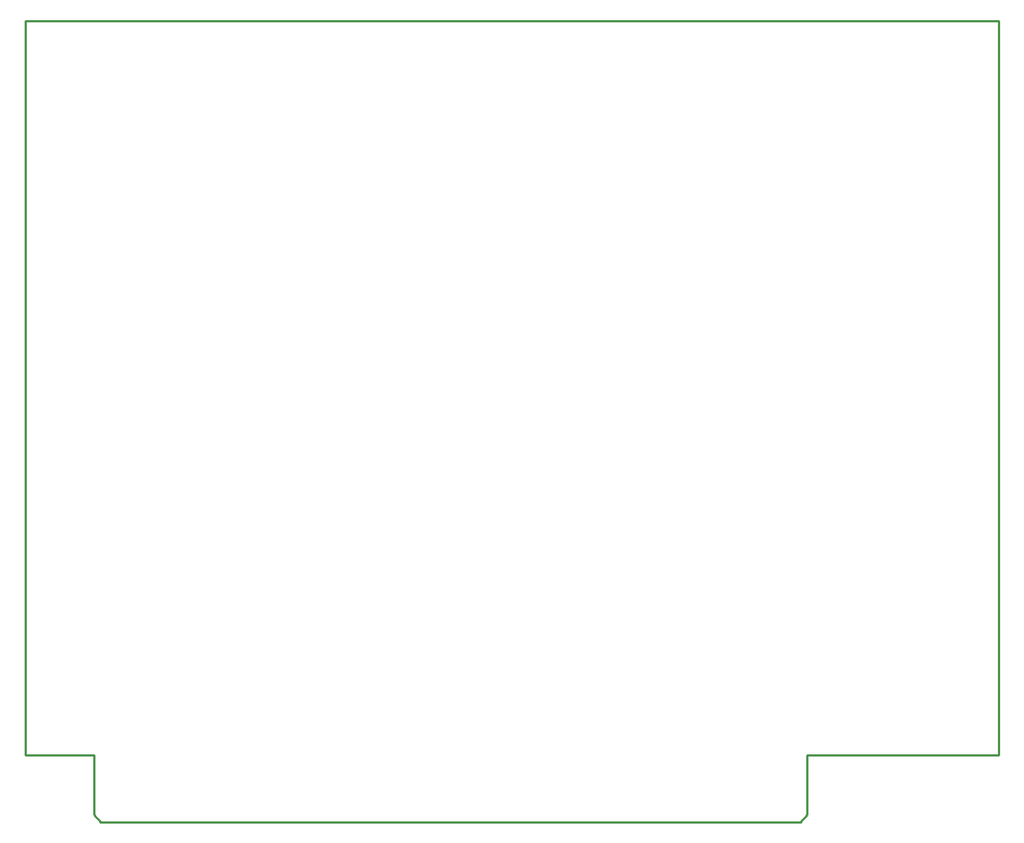
<source format=gko>
%FSLAX34Y34*%
%MOMM*%
%LNOUTLINE*%
G71*
G01*
%ADD10C, 0.25*%
%LPD*%
G54D10*
X6350Y998538D02*
X1111250Y998538D01*
X1111250Y165100D01*
X893762Y165100D01*
X893762Y96838D01*
X885825Y88900D01*
X92075Y88900D01*
X84138Y96838D01*
X84138Y165100D01*
X6350Y165100D01*
X6350Y998538D01*
M02*

</source>
